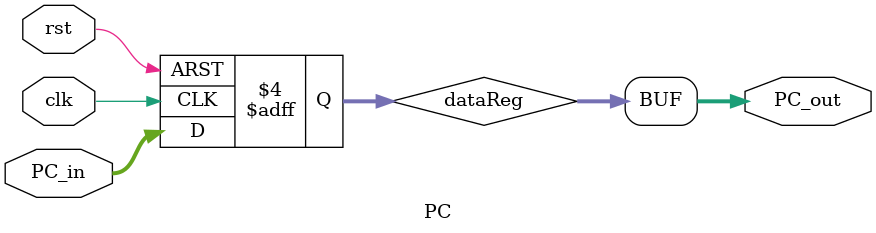
<source format=sv>
module PC(
  input 	wire 	clk,rst,
  input 	wire  [31:0]PC_in,
  output 	wire  [31:0]PC_out	

);
  
  reg [31:0]dataReg;
  
  initial begin 
  dataReg<=0;
  end
  
  always@(posedge clk or negedge rst)begin 
    if(!rst)begin 
    dataReg<=0;
    end else //Here a missed the else statement 
    
    dataReg<=PC_in;
    
  end
  
  assign PC_out=dataReg;
  
  
endmodule

//Initial blocks: https://www.chipverify.com/verilog/verilog-initial-block
</source>
